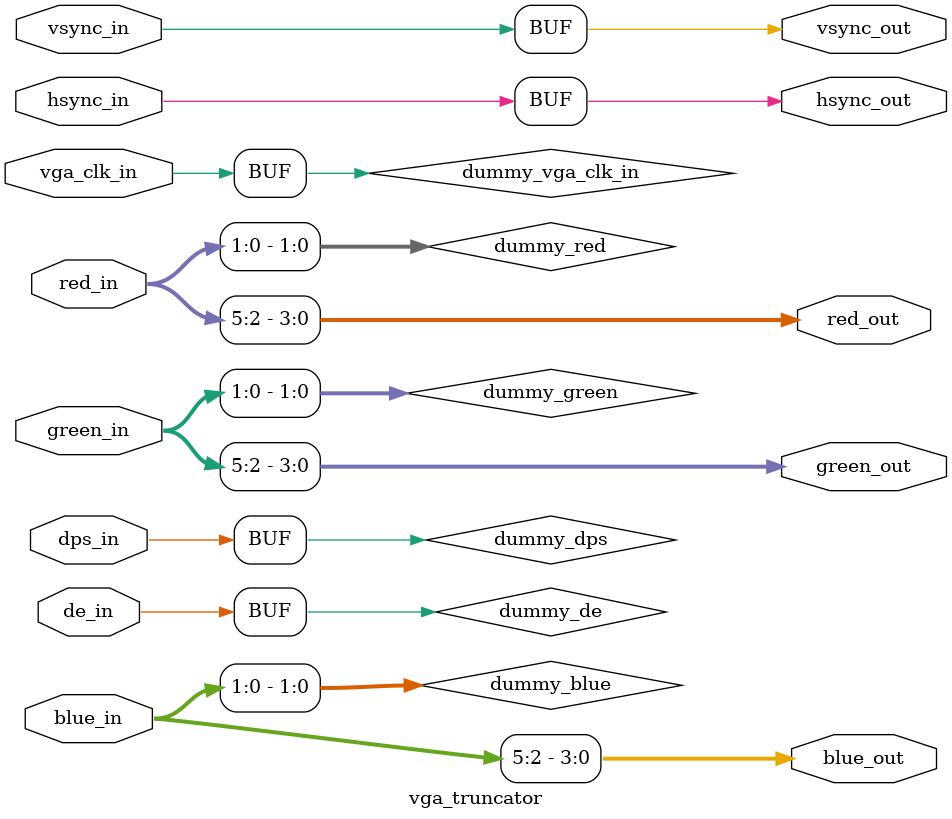
<source format=v>
`timescale 1ns / 1ps


module vga_truncator(
    output [3:0] red_out,
    output [3:0] green_out,
    output [3:0] blue_out,
    output hsync_out,
    output vsync_out,
    input [5:0] red_in,
    input [5:0] green_in,
    input [5:0] blue_in,
    input hsync_in,
    input vsync_in,
    input de_in,
    input dps_in,
    input vga_clk_in
    );
    assign red_out = red_in[5:2];
    assign green_out = green_in[5:2];
    assign blue_out = blue_in[5:2];
    assign hsync_out = hsync_in;
    assign vsync_out = vsync_in;
    
    wire [1:0] dummy_red;
    wire [1:0] dummy_green;
    wire [1:0] dummy_blue;
    wire dummy_de;
    wire dummy_dps;
    wire dummy_vga_clk_in;
    
    assign dummy_red = red_in[1:0];
    assign dummy_green = green_in[1:0];
    assign dummy_blue = blue_in[1:0];
    assign {dummy_de, dummy_dps, dummy_vga_clk_in} = {de_in, dps_in, vga_clk_in};
endmodule

</source>
